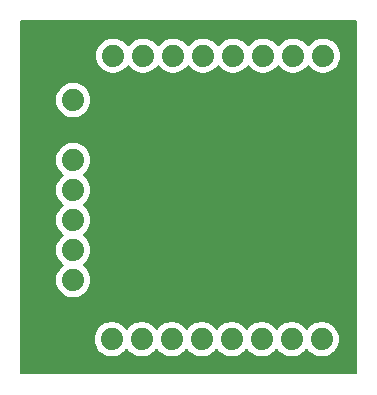
<source format=gbr>
%TF.GenerationSoftware,KiCad,Pcbnew,8.0.1*%
%TF.CreationDate,2024-07-31T22:53:36-04:00*%
%TF.ProjectId,Sensor_manager_V1_glove,53656e73-6f72-45f6-9d61-6e616765725f,rev?*%
%TF.SameCoordinates,Original*%
%TF.FileFunction,Copper,L2,Bot*%
%TF.FilePolarity,Positive*%
%FSLAX46Y46*%
G04 Gerber Fmt 4.6, Leading zero omitted, Abs format (unit mm)*
G04 Created by KiCad (PCBNEW 8.0.1) date 2024-07-31 22:53:36*
%MOMM*%
%LPD*%
G01*
G04 APERTURE LIST*
%TA.AperFunction,ComponentPad*%
%ADD10C,1.879600*%
%TD*%
G04 APERTURE END LIST*
D10*
%TO.P,J3,7,Pin_7*%
%TO.N,/VCC*%
X73500000Y-46260000D03*
%TO.P,J3,6,Pin_6*%
%TO.N,/GND*%
X73500000Y-48800000D03*
%TO.P,J3,5,Pin_5*%
%TO.N,/S1*%
X73500000Y-51340000D03*
%TO.P,J3,4,Pin_4*%
%TO.N,/S2*%
X73500000Y-53880000D03*
%TO.P,J3,3,Pin_3*%
%TO.N,/S3*%
X73500000Y-56420000D03*
%TO.P,J3,2,Pin_2*%
%TO.N,/S4*%
X73500000Y-58960000D03*
%TO.P,J3,1,Pin_1*%
%TO.N,/OUT*%
X73500000Y-61500000D03*
%TD*%
%TO.P,J2,8,Pin_8*%
%TO.N,/IN15*%
X76760000Y-66500000D03*
%TO.P,J2,7,Pin_7*%
%TO.N,/IN14*%
X79300000Y-66500000D03*
%TO.P,J2,6,Pin_6*%
%TO.N,/IN13*%
X81840000Y-66500000D03*
%TO.P,J2,5,Pin_5*%
%TO.N,/IN12*%
X84380000Y-66500000D03*
%TO.P,J2,4,Pin_4*%
%TO.N,/IN11*%
X86920000Y-66500000D03*
%TO.P,J2,3,Pin_3*%
%TO.N,/IN10*%
X89460000Y-66500000D03*
%TO.P,J2,2,Pin_2*%
%TO.N,/IN9*%
X92000000Y-66500000D03*
%TO.P,J2,1,Pin_1*%
%TO.N,/IN8*%
X94540000Y-66500000D03*
%TD*%
%TO.P,J1,8,Pin_8*%
%TO.N,/IN7*%
X94660000Y-42510000D03*
%TO.P,J1,7,Pin_7*%
%TO.N,/IN6*%
X92120000Y-42510000D03*
%TO.P,J1,6,Pin_6*%
%TO.N,/IN5*%
X89580000Y-42510000D03*
%TO.P,J1,5,Pin_5*%
%TO.N,/IN4*%
X87040000Y-42510000D03*
%TO.P,J1,4,Pin_4*%
%TO.N,/IN3*%
X84500000Y-42510000D03*
%TO.P,J1,3,Pin_3*%
%TO.N,/IN2*%
X81960000Y-42510000D03*
%TO.P,J1,2,Pin_2*%
%TO.N,/IN1*%
X79420000Y-42510000D03*
%TO.P,J1,1,Pin_1*%
%TO.N,/IN0*%
X76880000Y-42510000D03*
%TD*%
%TA.AperFunction,Conductor*%
%TO.N,/GND*%
G36*
X97442539Y-39520185D02*
G01*
X97488294Y-39572989D01*
X97499500Y-39624500D01*
X97499500Y-69375500D01*
X97479815Y-69442539D01*
X97427011Y-69488294D01*
X97375500Y-69499500D01*
X69124500Y-69499500D01*
X69057461Y-69479815D01*
X69011706Y-69427011D01*
X69000500Y-69375500D01*
X69000500Y-66500005D01*
X75314764Y-66500005D01*
X75334473Y-66737869D01*
X75334475Y-66737881D01*
X75393070Y-66969267D01*
X75488951Y-67187852D01*
X75488953Y-67187856D01*
X75619506Y-67387682D01*
X75781168Y-67563295D01*
X75969531Y-67709903D01*
X76179455Y-67823509D01*
X76405216Y-67901012D01*
X76640653Y-67940300D01*
X76640654Y-67940300D01*
X76879346Y-67940300D01*
X76879347Y-67940300D01*
X77114784Y-67901012D01*
X77340545Y-67823509D01*
X77550469Y-67709903D01*
X77738832Y-67563295D01*
X77900494Y-67387682D01*
X77926191Y-67348350D01*
X77979337Y-67302993D01*
X78048568Y-67293569D01*
X78111904Y-67323071D01*
X78133809Y-67348350D01*
X78159506Y-67387682D01*
X78321168Y-67563295D01*
X78509531Y-67709903D01*
X78719455Y-67823509D01*
X78945216Y-67901012D01*
X79180653Y-67940300D01*
X79180654Y-67940300D01*
X79419346Y-67940300D01*
X79419347Y-67940300D01*
X79654784Y-67901012D01*
X79880545Y-67823509D01*
X80090469Y-67709903D01*
X80278832Y-67563295D01*
X80440494Y-67387682D01*
X80466191Y-67348350D01*
X80519337Y-67302993D01*
X80588568Y-67293569D01*
X80651904Y-67323071D01*
X80673809Y-67348350D01*
X80699506Y-67387682D01*
X80861168Y-67563295D01*
X81049531Y-67709903D01*
X81259455Y-67823509D01*
X81485216Y-67901012D01*
X81720653Y-67940300D01*
X81720654Y-67940300D01*
X81959346Y-67940300D01*
X81959347Y-67940300D01*
X82194784Y-67901012D01*
X82420545Y-67823509D01*
X82630469Y-67709903D01*
X82818832Y-67563295D01*
X82980494Y-67387682D01*
X83006191Y-67348350D01*
X83059337Y-67302993D01*
X83128568Y-67293569D01*
X83191904Y-67323071D01*
X83213809Y-67348350D01*
X83239506Y-67387682D01*
X83401168Y-67563295D01*
X83589531Y-67709903D01*
X83799455Y-67823509D01*
X84025216Y-67901012D01*
X84260653Y-67940300D01*
X84260654Y-67940300D01*
X84499346Y-67940300D01*
X84499347Y-67940300D01*
X84734784Y-67901012D01*
X84960545Y-67823509D01*
X85170469Y-67709903D01*
X85358832Y-67563295D01*
X85520494Y-67387682D01*
X85546191Y-67348350D01*
X85599337Y-67302993D01*
X85668568Y-67293569D01*
X85731904Y-67323071D01*
X85753809Y-67348350D01*
X85779506Y-67387682D01*
X85941168Y-67563295D01*
X86129531Y-67709903D01*
X86339455Y-67823509D01*
X86565216Y-67901012D01*
X86800653Y-67940300D01*
X86800654Y-67940300D01*
X87039346Y-67940300D01*
X87039347Y-67940300D01*
X87274784Y-67901012D01*
X87500545Y-67823509D01*
X87710469Y-67709903D01*
X87898832Y-67563295D01*
X88060494Y-67387682D01*
X88086191Y-67348350D01*
X88139337Y-67302993D01*
X88208568Y-67293569D01*
X88271904Y-67323071D01*
X88293809Y-67348350D01*
X88319506Y-67387682D01*
X88481168Y-67563295D01*
X88669531Y-67709903D01*
X88879455Y-67823509D01*
X89105216Y-67901012D01*
X89340653Y-67940300D01*
X89340654Y-67940300D01*
X89579346Y-67940300D01*
X89579347Y-67940300D01*
X89814784Y-67901012D01*
X90040545Y-67823509D01*
X90250469Y-67709903D01*
X90438832Y-67563295D01*
X90600494Y-67387682D01*
X90626191Y-67348350D01*
X90679337Y-67302993D01*
X90748568Y-67293569D01*
X90811904Y-67323071D01*
X90833809Y-67348350D01*
X90859506Y-67387682D01*
X91021168Y-67563295D01*
X91209531Y-67709903D01*
X91419455Y-67823509D01*
X91645216Y-67901012D01*
X91880653Y-67940300D01*
X91880654Y-67940300D01*
X92119346Y-67940300D01*
X92119347Y-67940300D01*
X92354784Y-67901012D01*
X92580545Y-67823509D01*
X92790469Y-67709903D01*
X92978832Y-67563295D01*
X93140494Y-67387682D01*
X93166191Y-67348350D01*
X93219337Y-67302993D01*
X93288568Y-67293569D01*
X93351904Y-67323071D01*
X93373809Y-67348350D01*
X93399506Y-67387682D01*
X93561168Y-67563295D01*
X93749531Y-67709903D01*
X93959455Y-67823509D01*
X94185216Y-67901012D01*
X94420653Y-67940300D01*
X94420654Y-67940300D01*
X94659346Y-67940300D01*
X94659347Y-67940300D01*
X94894784Y-67901012D01*
X95120545Y-67823509D01*
X95330469Y-67709903D01*
X95518832Y-67563295D01*
X95680494Y-67387682D01*
X95811047Y-67187856D01*
X95906929Y-66969267D01*
X95965525Y-66737878D01*
X95985236Y-66500000D01*
X95965525Y-66262122D01*
X95906929Y-66030733D01*
X95811047Y-65812144D01*
X95680494Y-65612318D01*
X95518832Y-65436705D01*
X95330469Y-65290097D01*
X95234152Y-65237972D01*
X95120546Y-65176491D01*
X95120541Y-65176489D01*
X94894786Y-65098988D01*
X94737826Y-65072796D01*
X94659347Y-65059700D01*
X94420653Y-65059700D01*
X94361793Y-65069522D01*
X94185213Y-65098988D01*
X93959458Y-65176489D01*
X93959453Y-65176491D01*
X93749529Y-65290098D01*
X93561169Y-65436704D01*
X93399508Y-65612315D01*
X93373808Y-65651652D01*
X93320661Y-65697008D01*
X93251430Y-65706431D01*
X93188094Y-65676928D01*
X93166192Y-65651652D01*
X93140494Y-65612318D01*
X92978832Y-65436705D01*
X92790469Y-65290097D01*
X92694152Y-65237972D01*
X92580546Y-65176491D01*
X92580541Y-65176489D01*
X92354786Y-65098988D01*
X92197826Y-65072796D01*
X92119347Y-65059700D01*
X91880653Y-65059700D01*
X91821793Y-65069522D01*
X91645213Y-65098988D01*
X91419458Y-65176489D01*
X91419453Y-65176491D01*
X91209529Y-65290098D01*
X91021169Y-65436704D01*
X90859508Y-65612315D01*
X90833808Y-65651652D01*
X90780661Y-65697008D01*
X90711430Y-65706431D01*
X90648094Y-65676928D01*
X90626192Y-65651652D01*
X90600494Y-65612318D01*
X90438832Y-65436705D01*
X90250469Y-65290097D01*
X90154152Y-65237972D01*
X90040546Y-65176491D01*
X90040541Y-65176489D01*
X89814786Y-65098988D01*
X89657826Y-65072796D01*
X89579347Y-65059700D01*
X89340653Y-65059700D01*
X89281793Y-65069522D01*
X89105213Y-65098988D01*
X88879458Y-65176489D01*
X88879453Y-65176491D01*
X88669529Y-65290098D01*
X88481169Y-65436704D01*
X88319508Y-65612315D01*
X88293808Y-65651652D01*
X88240661Y-65697008D01*
X88171430Y-65706431D01*
X88108094Y-65676928D01*
X88086192Y-65651652D01*
X88060494Y-65612318D01*
X87898832Y-65436705D01*
X87710469Y-65290097D01*
X87614152Y-65237972D01*
X87500546Y-65176491D01*
X87500541Y-65176489D01*
X87274786Y-65098988D01*
X87117826Y-65072796D01*
X87039347Y-65059700D01*
X86800653Y-65059700D01*
X86741793Y-65069522D01*
X86565213Y-65098988D01*
X86339458Y-65176489D01*
X86339453Y-65176491D01*
X86129529Y-65290098D01*
X85941169Y-65436704D01*
X85779508Y-65612315D01*
X85753808Y-65651652D01*
X85700661Y-65697008D01*
X85631430Y-65706431D01*
X85568094Y-65676928D01*
X85546192Y-65651652D01*
X85520494Y-65612318D01*
X85358832Y-65436705D01*
X85170469Y-65290097D01*
X85074152Y-65237972D01*
X84960546Y-65176491D01*
X84960541Y-65176489D01*
X84734786Y-65098988D01*
X84577826Y-65072796D01*
X84499347Y-65059700D01*
X84260653Y-65059700D01*
X84201793Y-65069522D01*
X84025213Y-65098988D01*
X83799458Y-65176489D01*
X83799453Y-65176491D01*
X83589529Y-65290098D01*
X83401169Y-65436704D01*
X83239508Y-65612315D01*
X83213808Y-65651652D01*
X83160661Y-65697008D01*
X83091430Y-65706431D01*
X83028094Y-65676928D01*
X83006192Y-65651652D01*
X82980494Y-65612318D01*
X82818832Y-65436705D01*
X82630469Y-65290097D01*
X82534152Y-65237972D01*
X82420546Y-65176491D01*
X82420541Y-65176489D01*
X82194786Y-65098988D01*
X82037826Y-65072796D01*
X81959347Y-65059700D01*
X81720653Y-65059700D01*
X81661793Y-65069522D01*
X81485213Y-65098988D01*
X81259458Y-65176489D01*
X81259453Y-65176491D01*
X81049529Y-65290098D01*
X80861169Y-65436704D01*
X80699508Y-65612315D01*
X80673808Y-65651652D01*
X80620661Y-65697008D01*
X80551430Y-65706431D01*
X80488094Y-65676928D01*
X80466192Y-65651652D01*
X80440494Y-65612318D01*
X80278832Y-65436705D01*
X80090469Y-65290097D01*
X79994152Y-65237972D01*
X79880546Y-65176491D01*
X79880541Y-65176489D01*
X79654786Y-65098988D01*
X79497826Y-65072796D01*
X79419347Y-65059700D01*
X79180653Y-65059700D01*
X79121793Y-65069522D01*
X78945213Y-65098988D01*
X78719458Y-65176489D01*
X78719453Y-65176491D01*
X78509529Y-65290098D01*
X78321169Y-65436704D01*
X78159508Y-65612315D01*
X78133808Y-65651652D01*
X78080661Y-65697008D01*
X78011430Y-65706431D01*
X77948094Y-65676928D01*
X77926192Y-65651652D01*
X77900494Y-65612318D01*
X77738832Y-65436705D01*
X77550469Y-65290097D01*
X77454152Y-65237972D01*
X77340546Y-65176491D01*
X77340541Y-65176489D01*
X77114786Y-65098988D01*
X76957826Y-65072796D01*
X76879347Y-65059700D01*
X76640653Y-65059700D01*
X76581793Y-65069522D01*
X76405213Y-65098988D01*
X76179458Y-65176489D01*
X76179453Y-65176491D01*
X75969529Y-65290098D01*
X75781169Y-65436704D01*
X75619506Y-65612317D01*
X75488951Y-65812147D01*
X75393070Y-66030732D01*
X75334475Y-66262118D01*
X75334473Y-66262130D01*
X75314764Y-66499994D01*
X75314764Y-66500005D01*
X69000500Y-66500005D01*
X69000500Y-61500005D01*
X72054764Y-61500005D01*
X72074473Y-61737869D01*
X72074475Y-61737881D01*
X72133070Y-61969267D01*
X72228951Y-62187852D01*
X72228953Y-62187856D01*
X72359506Y-62387682D01*
X72521168Y-62563295D01*
X72709531Y-62709903D01*
X72919455Y-62823509D01*
X73145216Y-62901012D01*
X73380653Y-62940300D01*
X73380654Y-62940300D01*
X73619346Y-62940300D01*
X73619347Y-62940300D01*
X73854784Y-62901012D01*
X74080545Y-62823509D01*
X74290469Y-62709903D01*
X74478832Y-62563295D01*
X74640494Y-62387682D01*
X74771047Y-62187856D01*
X74866929Y-61969267D01*
X74925525Y-61737878D01*
X74945236Y-61500000D01*
X74925525Y-61262122D01*
X74866929Y-61030733D01*
X74771047Y-60812144D01*
X74640494Y-60612318D01*
X74478832Y-60436705D01*
X74338978Y-60327853D01*
X74298166Y-60271143D01*
X74294491Y-60201370D01*
X74329122Y-60140687D01*
X74338979Y-60132146D01*
X74478832Y-60023295D01*
X74640494Y-59847682D01*
X74771047Y-59647856D01*
X74866929Y-59429267D01*
X74925525Y-59197878D01*
X74945236Y-58960000D01*
X74925525Y-58722122D01*
X74866929Y-58490733D01*
X74771047Y-58272144D01*
X74640494Y-58072318D01*
X74478832Y-57896705D01*
X74338978Y-57787853D01*
X74298166Y-57731143D01*
X74294491Y-57661370D01*
X74329122Y-57600687D01*
X74338979Y-57592146D01*
X74478832Y-57483295D01*
X74640494Y-57307682D01*
X74771047Y-57107856D01*
X74866929Y-56889267D01*
X74925525Y-56657878D01*
X74945236Y-56420000D01*
X74925525Y-56182122D01*
X74866929Y-55950733D01*
X74771047Y-55732144D01*
X74640494Y-55532318D01*
X74478832Y-55356705D01*
X74338978Y-55247853D01*
X74298166Y-55191143D01*
X74294491Y-55121370D01*
X74329122Y-55060687D01*
X74338979Y-55052146D01*
X74478832Y-54943295D01*
X74640494Y-54767682D01*
X74771047Y-54567856D01*
X74866929Y-54349267D01*
X74925525Y-54117878D01*
X74945236Y-53880000D01*
X74925525Y-53642122D01*
X74866929Y-53410733D01*
X74771047Y-53192144D01*
X74640494Y-52992318D01*
X74478832Y-52816705D01*
X74338978Y-52707853D01*
X74298166Y-52651143D01*
X74294491Y-52581370D01*
X74329122Y-52520687D01*
X74338979Y-52512146D01*
X74478832Y-52403295D01*
X74640494Y-52227682D01*
X74771047Y-52027856D01*
X74866929Y-51809267D01*
X74925525Y-51577878D01*
X74945236Y-51340000D01*
X74925525Y-51102122D01*
X74866929Y-50870733D01*
X74771047Y-50652144D01*
X74640494Y-50452318D01*
X74478832Y-50276705D01*
X74290469Y-50130097D01*
X74194152Y-50077972D01*
X74080546Y-50016491D01*
X74080541Y-50016489D01*
X73854786Y-49938988D01*
X73697826Y-49912796D01*
X73619347Y-49899700D01*
X73380653Y-49899700D01*
X73321793Y-49909522D01*
X73145213Y-49938988D01*
X72919458Y-50016489D01*
X72919453Y-50016491D01*
X72709529Y-50130098D01*
X72521169Y-50276704D01*
X72359506Y-50452317D01*
X72228951Y-50652147D01*
X72133070Y-50870732D01*
X72074475Y-51102118D01*
X72074473Y-51102130D01*
X72054764Y-51339994D01*
X72054764Y-51340005D01*
X72074473Y-51577869D01*
X72074475Y-51577881D01*
X72133070Y-51809267D01*
X72228951Y-52027852D01*
X72228953Y-52027856D01*
X72359506Y-52227682D01*
X72521168Y-52403295D01*
X72521171Y-52403297D01*
X72521174Y-52403300D01*
X72661020Y-52512147D01*
X72701833Y-52568857D01*
X72705508Y-52638630D01*
X72670876Y-52699313D01*
X72661020Y-52707853D01*
X72521174Y-52816699D01*
X72521171Y-52816702D01*
X72359506Y-52992317D01*
X72228951Y-53192147D01*
X72133070Y-53410732D01*
X72074475Y-53642118D01*
X72074473Y-53642130D01*
X72054764Y-53879994D01*
X72054764Y-53880005D01*
X72074473Y-54117869D01*
X72074475Y-54117881D01*
X72133070Y-54349267D01*
X72228951Y-54567852D01*
X72228953Y-54567856D01*
X72359506Y-54767682D01*
X72521168Y-54943295D01*
X72521171Y-54943297D01*
X72521174Y-54943300D01*
X72661020Y-55052147D01*
X72701833Y-55108857D01*
X72705508Y-55178630D01*
X72670876Y-55239313D01*
X72661020Y-55247853D01*
X72521174Y-55356699D01*
X72521171Y-55356702D01*
X72359506Y-55532317D01*
X72228951Y-55732147D01*
X72133070Y-55950732D01*
X72074475Y-56182118D01*
X72074473Y-56182130D01*
X72054764Y-56419994D01*
X72054764Y-56420005D01*
X72074473Y-56657869D01*
X72074475Y-56657881D01*
X72133070Y-56889267D01*
X72228951Y-57107852D01*
X72228953Y-57107856D01*
X72359506Y-57307682D01*
X72521168Y-57483295D01*
X72521171Y-57483297D01*
X72521174Y-57483300D01*
X72661020Y-57592147D01*
X72701833Y-57648857D01*
X72705508Y-57718630D01*
X72670876Y-57779313D01*
X72661020Y-57787853D01*
X72521174Y-57896699D01*
X72521171Y-57896702D01*
X72359506Y-58072317D01*
X72228951Y-58272147D01*
X72133070Y-58490732D01*
X72074475Y-58722118D01*
X72074473Y-58722130D01*
X72054764Y-58959994D01*
X72054764Y-58960005D01*
X72074473Y-59197869D01*
X72074475Y-59197881D01*
X72133070Y-59429267D01*
X72228951Y-59647852D01*
X72228953Y-59647856D01*
X72359506Y-59847682D01*
X72521168Y-60023295D01*
X72521171Y-60023297D01*
X72521174Y-60023300D01*
X72661020Y-60132147D01*
X72701833Y-60188857D01*
X72705508Y-60258630D01*
X72670876Y-60319313D01*
X72661020Y-60327853D01*
X72521174Y-60436699D01*
X72521171Y-60436702D01*
X72359506Y-60612317D01*
X72228951Y-60812147D01*
X72133070Y-61030732D01*
X72074475Y-61262118D01*
X72074473Y-61262130D01*
X72054764Y-61499994D01*
X72054764Y-61500005D01*
X69000500Y-61500005D01*
X69000500Y-46260005D01*
X72054764Y-46260005D01*
X72074473Y-46497869D01*
X72074475Y-46497881D01*
X72133070Y-46729267D01*
X72228951Y-46947852D01*
X72228953Y-46947856D01*
X72359506Y-47147682D01*
X72521168Y-47323295D01*
X72709531Y-47469903D01*
X72919455Y-47583509D01*
X73145216Y-47661012D01*
X73380653Y-47700300D01*
X73380654Y-47700300D01*
X73619346Y-47700300D01*
X73619347Y-47700300D01*
X73854784Y-47661012D01*
X74080545Y-47583509D01*
X74290469Y-47469903D01*
X74478832Y-47323295D01*
X74640494Y-47147682D01*
X74771047Y-46947856D01*
X74866929Y-46729267D01*
X74925525Y-46497878D01*
X74945236Y-46260000D01*
X74925525Y-46022122D01*
X74866929Y-45790733D01*
X74771047Y-45572144D01*
X74640494Y-45372318D01*
X74478832Y-45196705D01*
X74290469Y-45050097D01*
X74194152Y-44997972D01*
X74080546Y-44936491D01*
X74080541Y-44936489D01*
X73854786Y-44858988D01*
X73697826Y-44832796D01*
X73619347Y-44819700D01*
X73380653Y-44819700D01*
X73321793Y-44829522D01*
X73145213Y-44858988D01*
X72919458Y-44936489D01*
X72919453Y-44936491D01*
X72709529Y-45050098D01*
X72521169Y-45196704D01*
X72359506Y-45372317D01*
X72228951Y-45572147D01*
X72133070Y-45790732D01*
X72074475Y-46022118D01*
X72074473Y-46022130D01*
X72054764Y-46259994D01*
X72054764Y-46260005D01*
X69000500Y-46260005D01*
X69000500Y-42510005D01*
X75434764Y-42510005D01*
X75454473Y-42747869D01*
X75454475Y-42747881D01*
X75513070Y-42979267D01*
X75608951Y-43197852D01*
X75608953Y-43197856D01*
X75739506Y-43397682D01*
X75901168Y-43573295D01*
X76089531Y-43719903D01*
X76299455Y-43833509D01*
X76525216Y-43911012D01*
X76760653Y-43950300D01*
X76760654Y-43950300D01*
X76999346Y-43950300D01*
X76999347Y-43950300D01*
X77234784Y-43911012D01*
X77460545Y-43833509D01*
X77670469Y-43719903D01*
X77858832Y-43573295D01*
X78020494Y-43397682D01*
X78046191Y-43358350D01*
X78099337Y-43312993D01*
X78168568Y-43303569D01*
X78231904Y-43333071D01*
X78253809Y-43358350D01*
X78279506Y-43397682D01*
X78441168Y-43573295D01*
X78629531Y-43719903D01*
X78839455Y-43833509D01*
X79065216Y-43911012D01*
X79300653Y-43950300D01*
X79300654Y-43950300D01*
X79539346Y-43950300D01*
X79539347Y-43950300D01*
X79774784Y-43911012D01*
X80000545Y-43833509D01*
X80210469Y-43719903D01*
X80398832Y-43573295D01*
X80560494Y-43397682D01*
X80586191Y-43358350D01*
X80639337Y-43312993D01*
X80708568Y-43303569D01*
X80771904Y-43333071D01*
X80793809Y-43358350D01*
X80819506Y-43397682D01*
X80981168Y-43573295D01*
X81169531Y-43719903D01*
X81379455Y-43833509D01*
X81605216Y-43911012D01*
X81840653Y-43950300D01*
X81840654Y-43950300D01*
X82079346Y-43950300D01*
X82079347Y-43950300D01*
X82314784Y-43911012D01*
X82540545Y-43833509D01*
X82750469Y-43719903D01*
X82938832Y-43573295D01*
X83100494Y-43397682D01*
X83126191Y-43358350D01*
X83179337Y-43312993D01*
X83248568Y-43303569D01*
X83311904Y-43333071D01*
X83333809Y-43358350D01*
X83359506Y-43397682D01*
X83521168Y-43573295D01*
X83709531Y-43719903D01*
X83919455Y-43833509D01*
X84145216Y-43911012D01*
X84380653Y-43950300D01*
X84380654Y-43950300D01*
X84619346Y-43950300D01*
X84619347Y-43950300D01*
X84854784Y-43911012D01*
X85080545Y-43833509D01*
X85290469Y-43719903D01*
X85478832Y-43573295D01*
X85640494Y-43397682D01*
X85666191Y-43358350D01*
X85719337Y-43312993D01*
X85788568Y-43303569D01*
X85851904Y-43333071D01*
X85873809Y-43358350D01*
X85899506Y-43397682D01*
X86061168Y-43573295D01*
X86249531Y-43719903D01*
X86459455Y-43833509D01*
X86685216Y-43911012D01*
X86920653Y-43950300D01*
X86920654Y-43950300D01*
X87159346Y-43950300D01*
X87159347Y-43950300D01*
X87394784Y-43911012D01*
X87620545Y-43833509D01*
X87830469Y-43719903D01*
X88018832Y-43573295D01*
X88180494Y-43397682D01*
X88206191Y-43358350D01*
X88259337Y-43312993D01*
X88328568Y-43303569D01*
X88391904Y-43333071D01*
X88413809Y-43358350D01*
X88439506Y-43397682D01*
X88601168Y-43573295D01*
X88789531Y-43719903D01*
X88999455Y-43833509D01*
X89225216Y-43911012D01*
X89460653Y-43950300D01*
X89460654Y-43950300D01*
X89699346Y-43950300D01*
X89699347Y-43950300D01*
X89934784Y-43911012D01*
X90160545Y-43833509D01*
X90370469Y-43719903D01*
X90558832Y-43573295D01*
X90720494Y-43397682D01*
X90746191Y-43358350D01*
X90799337Y-43312993D01*
X90868568Y-43303569D01*
X90931904Y-43333071D01*
X90953809Y-43358350D01*
X90979506Y-43397682D01*
X91141168Y-43573295D01*
X91329531Y-43719903D01*
X91539455Y-43833509D01*
X91765216Y-43911012D01*
X92000653Y-43950300D01*
X92000654Y-43950300D01*
X92239346Y-43950300D01*
X92239347Y-43950300D01*
X92474784Y-43911012D01*
X92700545Y-43833509D01*
X92910469Y-43719903D01*
X93098832Y-43573295D01*
X93260494Y-43397682D01*
X93286191Y-43358350D01*
X93339337Y-43312993D01*
X93408568Y-43303569D01*
X93471904Y-43333071D01*
X93493809Y-43358350D01*
X93519506Y-43397682D01*
X93681168Y-43573295D01*
X93869531Y-43719903D01*
X94079455Y-43833509D01*
X94305216Y-43911012D01*
X94540653Y-43950300D01*
X94540654Y-43950300D01*
X94779346Y-43950300D01*
X94779347Y-43950300D01*
X95014784Y-43911012D01*
X95240545Y-43833509D01*
X95450469Y-43719903D01*
X95638832Y-43573295D01*
X95800494Y-43397682D01*
X95931047Y-43197856D01*
X96026929Y-42979267D01*
X96085525Y-42747878D01*
X96105236Y-42510000D01*
X96085525Y-42272122D01*
X96026929Y-42040733D01*
X95931047Y-41822144D01*
X95800494Y-41622318D01*
X95638832Y-41446705D01*
X95450469Y-41300097D01*
X95354152Y-41247972D01*
X95240546Y-41186491D01*
X95240541Y-41186489D01*
X95014786Y-41108988D01*
X94857826Y-41082796D01*
X94779347Y-41069700D01*
X94540653Y-41069700D01*
X94481793Y-41079522D01*
X94305213Y-41108988D01*
X94079458Y-41186489D01*
X94079453Y-41186491D01*
X93869529Y-41300098D01*
X93681169Y-41446704D01*
X93519508Y-41622315D01*
X93493808Y-41661652D01*
X93440661Y-41707008D01*
X93371430Y-41716431D01*
X93308094Y-41686928D01*
X93286192Y-41661652D01*
X93260494Y-41622318D01*
X93098832Y-41446705D01*
X92910469Y-41300097D01*
X92814152Y-41247972D01*
X92700546Y-41186491D01*
X92700541Y-41186489D01*
X92474786Y-41108988D01*
X92317826Y-41082796D01*
X92239347Y-41069700D01*
X92000653Y-41069700D01*
X91941793Y-41079522D01*
X91765213Y-41108988D01*
X91539458Y-41186489D01*
X91539453Y-41186491D01*
X91329529Y-41300098D01*
X91141169Y-41446704D01*
X90979508Y-41622315D01*
X90953808Y-41661652D01*
X90900661Y-41707008D01*
X90831430Y-41716431D01*
X90768094Y-41686928D01*
X90746192Y-41661652D01*
X90720494Y-41622318D01*
X90558832Y-41446705D01*
X90370469Y-41300097D01*
X90274152Y-41247972D01*
X90160546Y-41186491D01*
X90160541Y-41186489D01*
X89934786Y-41108988D01*
X89777826Y-41082796D01*
X89699347Y-41069700D01*
X89460653Y-41069700D01*
X89401793Y-41079522D01*
X89225213Y-41108988D01*
X88999458Y-41186489D01*
X88999453Y-41186491D01*
X88789529Y-41300098D01*
X88601169Y-41446704D01*
X88439508Y-41622315D01*
X88413808Y-41661652D01*
X88360661Y-41707008D01*
X88291430Y-41716431D01*
X88228094Y-41686928D01*
X88206192Y-41661652D01*
X88180494Y-41622318D01*
X88018832Y-41446705D01*
X87830469Y-41300097D01*
X87734152Y-41247972D01*
X87620546Y-41186491D01*
X87620541Y-41186489D01*
X87394786Y-41108988D01*
X87237826Y-41082796D01*
X87159347Y-41069700D01*
X86920653Y-41069700D01*
X86861793Y-41079522D01*
X86685213Y-41108988D01*
X86459458Y-41186489D01*
X86459453Y-41186491D01*
X86249529Y-41300098D01*
X86061169Y-41446704D01*
X85899508Y-41622315D01*
X85873808Y-41661652D01*
X85820661Y-41707008D01*
X85751430Y-41716431D01*
X85688094Y-41686928D01*
X85666192Y-41661652D01*
X85640494Y-41622318D01*
X85478832Y-41446705D01*
X85290469Y-41300097D01*
X85194152Y-41247972D01*
X85080546Y-41186491D01*
X85080541Y-41186489D01*
X84854786Y-41108988D01*
X84697826Y-41082796D01*
X84619347Y-41069700D01*
X84380653Y-41069700D01*
X84321793Y-41079522D01*
X84145213Y-41108988D01*
X83919458Y-41186489D01*
X83919453Y-41186491D01*
X83709529Y-41300098D01*
X83521169Y-41446704D01*
X83359508Y-41622315D01*
X83333808Y-41661652D01*
X83280661Y-41707008D01*
X83211430Y-41716431D01*
X83148094Y-41686928D01*
X83126192Y-41661652D01*
X83100494Y-41622318D01*
X82938832Y-41446705D01*
X82750469Y-41300097D01*
X82654152Y-41247972D01*
X82540546Y-41186491D01*
X82540541Y-41186489D01*
X82314786Y-41108988D01*
X82157826Y-41082796D01*
X82079347Y-41069700D01*
X81840653Y-41069700D01*
X81781793Y-41079522D01*
X81605213Y-41108988D01*
X81379458Y-41186489D01*
X81379453Y-41186491D01*
X81169529Y-41300098D01*
X80981169Y-41446704D01*
X80819508Y-41622315D01*
X80793808Y-41661652D01*
X80740661Y-41707008D01*
X80671430Y-41716431D01*
X80608094Y-41686928D01*
X80586192Y-41661652D01*
X80560494Y-41622318D01*
X80398832Y-41446705D01*
X80210469Y-41300097D01*
X80114152Y-41247972D01*
X80000546Y-41186491D01*
X80000541Y-41186489D01*
X79774786Y-41108988D01*
X79617826Y-41082796D01*
X79539347Y-41069700D01*
X79300653Y-41069700D01*
X79241793Y-41079522D01*
X79065213Y-41108988D01*
X78839458Y-41186489D01*
X78839453Y-41186491D01*
X78629529Y-41300098D01*
X78441169Y-41446704D01*
X78279508Y-41622315D01*
X78253808Y-41661652D01*
X78200661Y-41707008D01*
X78131430Y-41716431D01*
X78068094Y-41686928D01*
X78046192Y-41661652D01*
X78020494Y-41622318D01*
X77858832Y-41446705D01*
X77670469Y-41300097D01*
X77574152Y-41247972D01*
X77460546Y-41186491D01*
X77460541Y-41186489D01*
X77234786Y-41108988D01*
X77077826Y-41082796D01*
X76999347Y-41069700D01*
X76760653Y-41069700D01*
X76701793Y-41079522D01*
X76525213Y-41108988D01*
X76299458Y-41186489D01*
X76299453Y-41186491D01*
X76089529Y-41300098D01*
X75901169Y-41446704D01*
X75739506Y-41622317D01*
X75608951Y-41822147D01*
X75513070Y-42040732D01*
X75454475Y-42272118D01*
X75454473Y-42272130D01*
X75434764Y-42509994D01*
X75434764Y-42510005D01*
X69000500Y-42510005D01*
X69000500Y-39624500D01*
X69020185Y-39557461D01*
X69072989Y-39511706D01*
X69124500Y-39500500D01*
X97375500Y-39500500D01*
X97442539Y-39520185D01*
G37*
%TD.AperFunction*%
%TD*%
M02*

</source>
